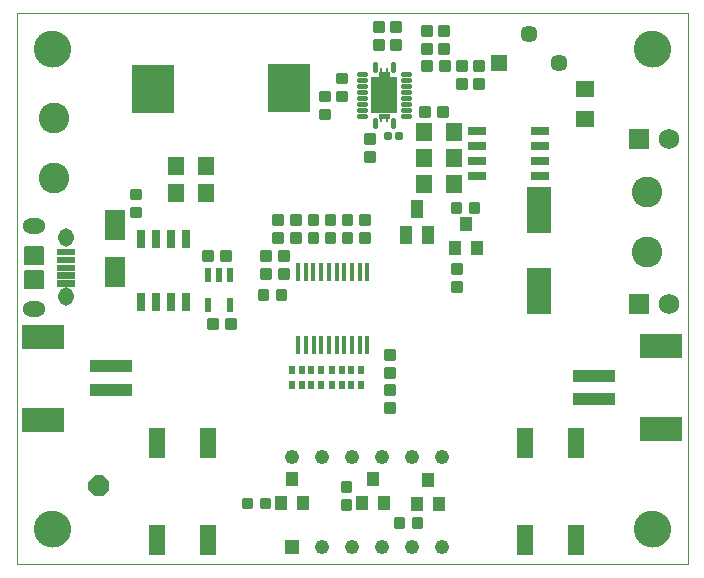
<source format=gts>
G75*
%MOIN*%
%OFA0B0*%
%FSLAX25Y25*%
%IPPOS*%
%LPD*%
%AMOC8*
5,1,8,0,0,1.08239X$1,22.5*
%
%ADD10C,0.00000*%
%ADD11C,0.12211*%
%ADD12R,0.05400X0.06400*%
%ADD13C,0.00975*%
%ADD14C,0.01450*%
%ADD15R,0.05715X0.05715*%
%ADD16C,0.05715*%
%ADD17R,0.14180X0.04337*%
%ADD18R,0.14180X0.08274*%
%ADD19C,0.10243*%
%ADD20R,0.04762X0.04762*%
%ADD21C,0.04762*%
%ADD22R,0.03900X0.04900*%
%ADD23R,0.05400X0.10400*%
%ADD24C,0.00200*%
%ADD25C,0.00640*%
%ADD26C,0.05156*%
%ADD27C,0.05400*%
%ADD28R,0.02369X0.02959*%
%ADD29R,0.07093X0.10243*%
%ADD30R,0.06900X0.06900*%
%ADD31C,0.06900*%
%ADD32R,0.01975X0.05124*%
%ADD33R,0.01778X0.06306*%
%ADD34C,0.01660*%
%ADD35R,0.08600X0.12400*%
%ADD36C,0.00100*%
%ADD37R,0.01000X0.01300*%
%ADD38R,0.02900X0.06400*%
%ADD39R,0.07900X0.15400*%
%ADD40R,0.14180X0.16148*%
%ADD41R,0.06400X0.02900*%
%ADD42R,0.04337X0.05912*%
%ADD43OC8,0.07000*%
%ADD44R,0.06400X0.05400*%
D10*
X0014800Y0001750D02*
X0014800Y0185372D01*
X0238422Y0185372D01*
X0238422Y0001750D01*
X0014800Y0001750D01*
X0020705Y0013561D02*
X0020707Y0013714D01*
X0020713Y0013868D01*
X0020723Y0014021D01*
X0020737Y0014173D01*
X0020755Y0014326D01*
X0020777Y0014477D01*
X0020802Y0014628D01*
X0020832Y0014779D01*
X0020866Y0014929D01*
X0020903Y0015077D01*
X0020944Y0015225D01*
X0020989Y0015371D01*
X0021038Y0015517D01*
X0021091Y0015661D01*
X0021147Y0015803D01*
X0021207Y0015944D01*
X0021271Y0016084D01*
X0021338Y0016222D01*
X0021409Y0016358D01*
X0021484Y0016492D01*
X0021561Y0016624D01*
X0021643Y0016754D01*
X0021727Y0016882D01*
X0021815Y0017008D01*
X0021906Y0017131D01*
X0022000Y0017252D01*
X0022098Y0017370D01*
X0022198Y0017486D01*
X0022302Y0017599D01*
X0022408Y0017710D01*
X0022517Y0017818D01*
X0022629Y0017923D01*
X0022743Y0018024D01*
X0022861Y0018123D01*
X0022980Y0018219D01*
X0023102Y0018312D01*
X0023227Y0018401D01*
X0023354Y0018488D01*
X0023483Y0018570D01*
X0023614Y0018650D01*
X0023747Y0018726D01*
X0023882Y0018799D01*
X0024019Y0018868D01*
X0024158Y0018933D01*
X0024298Y0018995D01*
X0024440Y0019053D01*
X0024583Y0019108D01*
X0024728Y0019159D01*
X0024874Y0019206D01*
X0025021Y0019249D01*
X0025169Y0019288D01*
X0025318Y0019324D01*
X0025468Y0019355D01*
X0025619Y0019383D01*
X0025770Y0019407D01*
X0025923Y0019427D01*
X0026075Y0019443D01*
X0026228Y0019455D01*
X0026381Y0019463D01*
X0026534Y0019467D01*
X0026688Y0019467D01*
X0026841Y0019463D01*
X0026994Y0019455D01*
X0027147Y0019443D01*
X0027299Y0019427D01*
X0027452Y0019407D01*
X0027603Y0019383D01*
X0027754Y0019355D01*
X0027904Y0019324D01*
X0028053Y0019288D01*
X0028201Y0019249D01*
X0028348Y0019206D01*
X0028494Y0019159D01*
X0028639Y0019108D01*
X0028782Y0019053D01*
X0028924Y0018995D01*
X0029064Y0018933D01*
X0029203Y0018868D01*
X0029340Y0018799D01*
X0029475Y0018726D01*
X0029608Y0018650D01*
X0029739Y0018570D01*
X0029868Y0018488D01*
X0029995Y0018401D01*
X0030120Y0018312D01*
X0030242Y0018219D01*
X0030361Y0018123D01*
X0030479Y0018024D01*
X0030593Y0017923D01*
X0030705Y0017818D01*
X0030814Y0017710D01*
X0030920Y0017599D01*
X0031024Y0017486D01*
X0031124Y0017370D01*
X0031222Y0017252D01*
X0031316Y0017131D01*
X0031407Y0017008D01*
X0031495Y0016882D01*
X0031579Y0016754D01*
X0031661Y0016624D01*
X0031738Y0016492D01*
X0031813Y0016358D01*
X0031884Y0016222D01*
X0031951Y0016084D01*
X0032015Y0015944D01*
X0032075Y0015803D01*
X0032131Y0015661D01*
X0032184Y0015517D01*
X0032233Y0015371D01*
X0032278Y0015225D01*
X0032319Y0015077D01*
X0032356Y0014929D01*
X0032390Y0014779D01*
X0032420Y0014628D01*
X0032445Y0014477D01*
X0032467Y0014326D01*
X0032485Y0014173D01*
X0032499Y0014021D01*
X0032509Y0013868D01*
X0032515Y0013714D01*
X0032517Y0013561D01*
X0032515Y0013408D01*
X0032509Y0013254D01*
X0032499Y0013101D01*
X0032485Y0012949D01*
X0032467Y0012796D01*
X0032445Y0012645D01*
X0032420Y0012494D01*
X0032390Y0012343D01*
X0032356Y0012193D01*
X0032319Y0012045D01*
X0032278Y0011897D01*
X0032233Y0011751D01*
X0032184Y0011605D01*
X0032131Y0011461D01*
X0032075Y0011319D01*
X0032015Y0011178D01*
X0031951Y0011038D01*
X0031884Y0010900D01*
X0031813Y0010764D01*
X0031738Y0010630D01*
X0031661Y0010498D01*
X0031579Y0010368D01*
X0031495Y0010240D01*
X0031407Y0010114D01*
X0031316Y0009991D01*
X0031222Y0009870D01*
X0031124Y0009752D01*
X0031024Y0009636D01*
X0030920Y0009523D01*
X0030814Y0009412D01*
X0030705Y0009304D01*
X0030593Y0009199D01*
X0030479Y0009098D01*
X0030361Y0008999D01*
X0030242Y0008903D01*
X0030120Y0008810D01*
X0029995Y0008721D01*
X0029868Y0008634D01*
X0029739Y0008552D01*
X0029608Y0008472D01*
X0029475Y0008396D01*
X0029340Y0008323D01*
X0029203Y0008254D01*
X0029064Y0008189D01*
X0028924Y0008127D01*
X0028782Y0008069D01*
X0028639Y0008014D01*
X0028494Y0007963D01*
X0028348Y0007916D01*
X0028201Y0007873D01*
X0028053Y0007834D01*
X0027904Y0007798D01*
X0027754Y0007767D01*
X0027603Y0007739D01*
X0027452Y0007715D01*
X0027299Y0007695D01*
X0027147Y0007679D01*
X0026994Y0007667D01*
X0026841Y0007659D01*
X0026688Y0007655D01*
X0026534Y0007655D01*
X0026381Y0007659D01*
X0026228Y0007667D01*
X0026075Y0007679D01*
X0025923Y0007695D01*
X0025770Y0007715D01*
X0025619Y0007739D01*
X0025468Y0007767D01*
X0025318Y0007798D01*
X0025169Y0007834D01*
X0025021Y0007873D01*
X0024874Y0007916D01*
X0024728Y0007963D01*
X0024583Y0008014D01*
X0024440Y0008069D01*
X0024298Y0008127D01*
X0024158Y0008189D01*
X0024019Y0008254D01*
X0023882Y0008323D01*
X0023747Y0008396D01*
X0023614Y0008472D01*
X0023483Y0008552D01*
X0023354Y0008634D01*
X0023227Y0008721D01*
X0023102Y0008810D01*
X0022980Y0008903D01*
X0022861Y0008999D01*
X0022743Y0009098D01*
X0022629Y0009199D01*
X0022517Y0009304D01*
X0022408Y0009412D01*
X0022302Y0009523D01*
X0022198Y0009636D01*
X0022098Y0009752D01*
X0022000Y0009870D01*
X0021906Y0009991D01*
X0021815Y0010114D01*
X0021727Y0010240D01*
X0021643Y0010368D01*
X0021561Y0010498D01*
X0021484Y0010630D01*
X0021409Y0010764D01*
X0021338Y0010900D01*
X0021271Y0011038D01*
X0021207Y0011178D01*
X0021147Y0011319D01*
X0021091Y0011461D01*
X0021038Y0011605D01*
X0020989Y0011751D01*
X0020944Y0011897D01*
X0020903Y0012045D01*
X0020866Y0012193D01*
X0020832Y0012343D01*
X0020802Y0012494D01*
X0020777Y0012645D01*
X0020755Y0012796D01*
X0020737Y0012949D01*
X0020723Y0013101D01*
X0020713Y0013254D01*
X0020707Y0013408D01*
X0020705Y0013561D01*
X0020705Y0173561D02*
X0020707Y0173714D01*
X0020713Y0173868D01*
X0020723Y0174021D01*
X0020737Y0174173D01*
X0020755Y0174326D01*
X0020777Y0174477D01*
X0020802Y0174628D01*
X0020832Y0174779D01*
X0020866Y0174929D01*
X0020903Y0175077D01*
X0020944Y0175225D01*
X0020989Y0175371D01*
X0021038Y0175517D01*
X0021091Y0175661D01*
X0021147Y0175803D01*
X0021207Y0175944D01*
X0021271Y0176084D01*
X0021338Y0176222D01*
X0021409Y0176358D01*
X0021484Y0176492D01*
X0021561Y0176624D01*
X0021643Y0176754D01*
X0021727Y0176882D01*
X0021815Y0177008D01*
X0021906Y0177131D01*
X0022000Y0177252D01*
X0022098Y0177370D01*
X0022198Y0177486D01*
X0022302Y0177599D01*
X0022408Y0177710D01*
X0022517Y0177818D01*
X0022629Y0177923D01*
X0022743Y0178024D01*
X0022861Y0178123D01*
X0022980Y0178219D01*
X0023102Y0178312D01*
X0023227Y0178401D01*
X0023354Y0178488D01*
X0023483Y0178570D01*
X0023614Y0178650D01*
X0023747Y0178726D01*
X0023882Y0178799D01*
X0024019Y0178868D01*
X0024158Y0178933D01*
X0024298Y0178995D01*
X0024440Y0179053D01*
X0024583Y0179108D01*
X0024728Y0179159D01*
X0024874Y0179206D01*
X0025021Y0179249D01*
X0025169Y0179288D01*
X0025318Y0179324D01*
X0025468Y0179355D01*
X0025619Y0179383D01*
X0025770Y0179407D01*
X0025923Y0179427D01*
X0026075Y0179443D01*
X0026228Y0179455D01*
X0026381Y0179463D01*
X0026534Y0179467D01*
X0026688Y0179467D01*
X0026841Y0179463D01*
X0026994Y0179455D01*
X0027147Y0179443D01*
X0027299Y0179427D01*
X0027452Y0179407D01*
X0027603Y0179383D01*
X0027754Y0179355D01*
X0027904Y0179324D01*
X0028053Y0179288D01*
X0028201Y0179249D01*
X0028348Y0179206D01*
X0028494Y0179159D01*
X0028639Y0179108D01*
X0028782Y0179053D01*
X0028924Y0178995D01*
X0029064Y0178933D01*
X0029203Y0178868D01*
X0029340Y0178799D01*
X0029475Y0178726D01*
X0029608Y0178650D01*
X0029739Y0178570D01*
X0029868Y0178488D01*
X0029995Y0178401D01*
X0030120Y0178312D01*
X0030242Y0178219D01*
X0030361Y0178123D01*
X0030479Y0178024D01*
X0030593Y0177923D01*
X0030705Y0177818D01*
X0030814Y0177710D01*
X0030920Y0177599D01*
X0031024Y0177486D01*
X0031124Y0177370D01*
X0031222Y0177252D01*
X0031316Y0177131D01*
X0031407Y0177008D01*
X0031495Y0176882D01*
X0031579Y0176754D01*
X0031661Y0176624D01*
X0031738Y0176492D01*
X0031813Y0176358D01*
X0031884Y0176222D01*
X0031951Y0176084D01*
X0032015Y0175944D01*
X0032075Y0175803D01*
X0032131Y0175661D01*
X0032184Y0175517D01*
X0032233Y0175371D01*
X0032278Y0175225D01*
X0032319Y0175077D01*
X0032356Y0174929D01*
X0032390Y0174779D01*
X0032420Y0174628D01*
X0032445Y0174477D01*
X0032467Y0174326D01*
X0032485Y0174173D01*
X0032499Y0174021D01*
X0032509Y0173868D01*
X0032515Y0173714D01*
X0032517Y0173561D01*
X0032515Y0173408D01*
X0032509Y0173254D01*
X0032499Y0173101D01*
X0032485Y0172949D01*
X0032467Y0172796D01*
X0032445Y0172645D01*
X0032420Y0172494D01*
X0032390Y0172343D01*
X0032356Y0172193D01*
X0032319Y0172045D01*
X0032278Y0171897D01*
X0032233Y0171751D01*
X0032184Y0171605D01*
X0032131Y0171461D01*
X0032075Y0171319D01*
X0032015Y0171178D01*
X0031951Y0171038D01*
X0031884Y0170900D01*
X0031813Y0170764D01*
X0031738Y0170630D01*
X0031661Y0170498D01*
X0031579Y0170368D01*
X0031495Y0170240D01*
X0031407Y0170114D01*
X0031316Y0169991D01*
X0031222Y0169870D01*
X0031124Y0169752D01*
X0031024Y0169636D01*
X0030920Y0169523D01*
X0030814Y0169412D01*
X0030705Y0169304D01*
X0030593Y0169199D01*
X0030479Y0169098D01*
X0030361Y0168999D01*
X0030242Y0168903D01*
X0030120Y0168810D01*
X0029995Y0168721D01*
X0029868Y0168634D01*
X0029739Y0168552D01*
X0029608Y0168472D01*
X0029475Y0168396D01*
X0029340Y0168323D01*
X0029203Y0168254D01*
X0029064Y0168189D01*
X0028924Y0168127D01*
X0028782Y0168069D01*
X0028639Y0168014D01*
X0028494Y0167963D01*
X0028348Y0167916D01*
X0028201Y0167873D01*
X0028053Y0167834D01*
X0027904Y0167798D01*
X0027754Y0167767D01*
X0027603Y0167739D01*
X0027452Y0167715D01*
X0027299Y0167695D01*
X0027147Y0167679D01*
X0026994Y0167667D01*
X0026841Y0167659D01*
X0026688Y0167655D01*
X0026534Y0167655D01*
X0026381Y0167659D01*
X0026228Y0167667D01*
X0026075Y0167679D01*
X0025923Y0167695D01*
X0025770Y0167715D01*
X0025619Y0167739D01*
X0025468Y0167767D01*
X0025318Y0167798D01*
X0025169Y0167834D01*
X0025021Y0167873D01*
X0024874Y0167916D01*
X0024728Y0167963D01*
X0024583Y0168014D01*
X0024440Y0168069D01*
X0024298Y0168127D01*
X0024158Y0168189D01*
X0024019Y0168254D01*
X0023882Y0168323D01*
X0023747Y0168396D01*
X0023614Y0168472D01*
X0023483Y0168552D01*
X0023354Y0168634D01*
X0023227Y0168721D01*
X0023102Y0168810D01*
X0022980Y0168903D01*
X0022861Y0168999D01*
X0022743Y0169098D01*
X0022629Y0169199D01*
X0022517Y0169304D01*
X0022408Y0169412D01*
X0022302Y0169523D01*
X0022198Y0169636D01*
X0022098Y0169752D01*
X0022000Y0169870D01*
X0021906Y0169991D01*
X0021815Y0170114D01*
X0021727Y0170240D01*
X0021643Y0170368D01*
X0021561Y0170498D01*
X0021484Y0170630D01*
X0021409Y0170764D01*
X0021338Y0170900D01*
X0021271Y0171038D01*
X0021207Y0171178D01*
X0021147Y0171319D01*
X0021091Y0171461D01*
X0021038Y0171605D01*
X0020989Y0171751D01*
X0020944Y0171897D01*
X0020903Y0172045D01*
X0020866Y0172193D01*
X0020832Y0172343D01*
X0020802Y0172494D01*
X0020777Y0172645D01*
X0020755Y0172796D01*
X0020737Y0172949D01*
X0020723Y0173101D01*
X0020713Y0173254D01*
X0020707Y0173408D01*
X0020705Y0173561D01*
X0220705Y0173561D02*
X0220707Y0173714D01*
X0220713Y0173868D01*
X0220723Y0174021D01*
X0220737Y0174173D01*
X0220755Y0174326D01*
X0220777Y0174477D01*
X0220802Y0174628D01*
X0220832Y0174779D01*
X0220866Y0174929D01*
X0220903Y0175077D01*
X0220944Y0175225D01*
X0220989Y0175371D01*
X0221038Y0175517D01*
X0221091Y0175661D01*
X0221147Y0175803D01*
X0221207Y0175944D01*
X0221271Y0176084D01*
X0221338Y0176222D01*
X0221409Y0176358D01*
X0221484Y0176492D01*
X0221561Y0176624D01*
X0221643Y0176754D01*
X0221727Y0176882D01*
X0221815Y0177008D01*
X0221906Y0177131D01*
X0222000Y0177252D01*
X0222098Y0177370D01*
X0222198Y0177486D01*
X0222302Y0177599D01*
X0222408Y0177710D01*
X0222517Y0177818D01*
X0222629Y0177923D01*
X0222743Y0178024D01*
X0222861Y0178123D01*
X0222980Y0178219D01*
X0223102Y0178312D01*
X0223227Y0178401D01*
X0223354Y0178488D01*
X0223483Y0178570D01*
X0223614Y0178650D01*
X0223747Y0178726D01*
X0223882Y0178799D01*
X0224019Y0178868D01*
X0224158Y0178933D01*
X0224298Y0178995D01*
X0224440Y0179053D01*
X0224583Y0179108D01*
X0224728Y0179159D01*
X0224874Y0179206D01*
X0225021Y0179249D01*
X0225169Y0179288D01*
X0225318Y0179324D01*
X0225468Y0179355D01*
X0225619Y0179383D01*
X0225770Y0179407D01*
X0225923Y0179427D01*
X0226075Y0179443D01*
X0226228Y0179455D01*
X0226381Y0179463D01*
X0226534Y0179467D01*
X0226688Y0179467D01*
X0226841Y0179463D01*
X0226994Y0179455D01*
X0227147Y0179443D01*
X0227299Y0179427D01*
X0227452Y0179407D01*
X0227603Y0179383D01*
X0227754Y0179355D01*
X0227904Y0179324D01*
X0228053Y0179288D01*
X0228201Y0179249D01*
X0228348Y0179206D01*
X0228494Y0179159D01*
X0228639Y0179108D01*
X0228782Y0179053D01*
X0228924Y0178995D01*
X0229064Y0178933D01*
X0229203Y0178868D01*
X0229340Y0178799D01*
X0229475Y0178726D01*
X0229608Y0178650D01*
X0229739Y0178570D01*
X0229868Y0178488D01*
X0229995Y0178401D01*
X0230120Y0178312D01*
X0230242Y0178219D01*
X0230361Y0178123D01*
X0230479Y0178024D01*
X0230593Y0177923D01*
X0230705Y0177818D01*
X0230814Y0177710D01*
X0230920Y0177599D01*
X0231024Y0177486D01*
X0231124Y0177370D01*
X0231222Y0177252D01*
X0231316Y0177131D01*
X0231407Y0177008D01*
X0231495Y0176882D01*
X0231579Y0176754D01*
X0231661Y0176624D01*
X0231738Y0176492D01*
X0231813Y0176358D01*
X0231884Y0176222D01*
X0231951Y0176084D01*
X0232015Y0175944D01*
X0232075Y0175803D01*
X0232131Y0175661D01*
X0232184Y0175517D01*
X0232233Y0175371D01*
X0232278Y0175225D01*
X0232319Y0175077D01*
X0232356Y0174929D01*
X0232390Y0174779D01*
X0232420Y0174628D01*
X0232445Y0174477D01*
X0232467Y0174326D01*
X0232485Y0174173D01*
X0232499Y0174021D01*
X0232509Y0173868D01*
X0232515Y0173714D01*
X0232517Y0173561D01*
X0232515Y0173408D01*
X0232509Y0173254D01*
X0232499Y0173101D01*
X0232485Y0172949D01*
X0232467Y0172796D01*
X0232445Y0172645D01*
X0232420Y0172494D01*
X0232390Y0172343D01*
X0232356Y0172193D01*
X0232319Y0172045D01*
X0232278Y0171897D01*
X0232233Y0171751D01*
X0232184Y0171605D01*
X0232131Y0171461D01*
X0232075Y0171319D01*
X0232015Y0171178D01*
X0231951Y0171038D01*
X0231884Y0170900D01*
X0231813Y0170764D01*
X0231738Y0170630D01*
X0231661Y0170498D01*
X0231579Y0170368D01*
X0231495Y0170240D01*
X0231407Y0170114D01*
X0231316Y0169991D01*
X0231222Y0169870D01*
X0231124Y0169752D01*
X0231024Y0169636D01*
X0230920Y0169523D01*
X0230814Y0169412D01*
X0230705Y0169304D01*
X0230593Y0169199D01*
X0230479Y0169098D01*
X0230361Y0168999D01*
X0230242Y0168903D01*
X0230120Y0168810D01*
X0229995Y0168721D01*
X0229868Y0168634D01*
X0229739Y0168552D01*
X0229608Y0168472D01*
X0229475Y0168396D01*
X0229340Y0168323D01*
X0229203Y0168254D01*
X0229064Y0168189D01*
X0228924Y0168127D01*
X0228782Y0168069D01*
X0228639Y0168014D01*
X0228494Y0167963D01*
X0228348Y0167916D01*
X0228201Y0167873D01*
X0228053Y0167834D01*
X0227904Y0167798D01*
X0227754Y0167767D01*
X0227603Y0167739D01*
X0227452Y0167715D01*
X0227299Y0167695D01*
X0227147Y0167679D01*
X0226994Y0167667D01*
X0226841Y0167659D01*
X0226688Y0167655D01*
X0226534Y0167655D01*
X0226381Y0167659D01*
X0226228Y0167667D01*
X0226075Y0167679D01*
X0225923Y0167695D01*
X0225770Y0167715D01*
X0225619Y0167739D01*
X0225468Y0167767D01*
X0225318Y0167798D01*
X0225169Y0167834D01*
X0225021Y0167873D01*
X0224874Y0167916D01*
X0224728Y0167963D01*
X0224583Y0168014D01*
X0224440Y0168069D01*
X0224298Y0168127D01*
X0224158Y0168189D01*
X0224019Y0168254D01*
X0223882Y0168323D01*
X0223747Y0168396D01*
X0223614Y0168472D01*
X0223483Y0168552D01*
X0223354Y0168634D01*
X0223227Y0168721D01*
X0223102Y0168810D01*
X0222980Y0168903D01*
X0222861Y0168999D01*
X0222743Y0169098D01*
X0222629Y0169199D01*
X0222517Y0169304D01*
X0222408Y0169412D01*
X0222302Y0169523D01*
X0222198Y0169636D01*
X0222098Y0169752D01*
X0222000Y0169870D01*
X0221906Y0169991D01*
X0221815Y0170114D01*
X0221727Y0170240D01*
X0221643Y0170368D01*
X0221561Y0170498D01*
X0221484Y0170630D01*
X0221409Y0170764D01*
X0221338Y0170900D01*
X0221271Y0171038D01*
X0221207Y0171178D01*
X0221147Y0171319D01*
X0221091Y0171461D01*
X0221038Y0171605D01*
X0220989Y0171751D01*
X0220944Y0171897D01*
X0220903Y0172045D01*
X0220866Y0172193D01*
X0220832Y0172343D01*
X0220802Y0172494D01*
X0220777Y0172645D01*
X0220755Y0172796D01*
X0220737Y0172949D01*
X0220723Y0173101D01*
X0220713Y0173254D01*
X0220707Y0173408D01*
X0220705Y0173561D01*
X0220705Y0013561D02*
X0220707Y0013714D01*
X0220713Y0013868D01*
X0220723Y0014021D01*
X0220737Y0014173D01*
X0220755Y0014326D01*
X0220777Y0014477D01*
X0220802Y0014628D01*
X0220832Y0014779D01*
X0220866Y0014929D01*
X0220903Y0015077D01*
X0220944Y0015225D01*
X0220989Y0015371D01*
X0221038Y0015517D01*
X0221091Y0015661D01*
X0221147Y0015803D01*
X0221207Y0015944D01*
X0221271Y0016084D01*
X0221338Y0016222D01*
X0221409Y0016358D01*
X0221484Y0016492D01*
X0221561Y0016624D01*
X0221643Y0016754D01*
X0221727Y0016882D01*
X0221815Y0017008D01*
X0221906Y0017131D01*
X0222000Y0017252D01*
X0222098Y0017370D01*
X0222198Y0017486D01*
X0222302Y0017599D01*
X0222408Y0017710D01*
X0222517Y0017818D01*
X0222629Y0017923D01*
X0222743Y0018024D01*
X0222861Y0018123D01*
X0222980Y0018219D01*
X0223102Y0018312D01*
X0223227Y0018401D01*
X0223354Y0018488D01*
X0223483Y0018570D01*
X0223614Y0018650D01*
X0223747Y0018726D01*
X0223882Y0018799D01*
X0224019Y0018868D01*
X0224158Y0018933D01*
X0224298Y0018995D01*
X0224440Y0019053D01*
X0224583Y0019108D01*
X0224728Y0019159D01*
X0224874Y0019206D01*
X0225021Y0019249D01*
X0225169Y0019288D01*
X0225318Y0019324D01*
X0225468Y0019355D01*
X0225619Y0019383D01*
X0225770Y0019407D01*
X0225923Y0019427D01*
X0226075Y0019443D01*
X0226228Y0019455D01*
X0226381Y0019463D01*
X0226534Y0019467D01*
X0226688Y0019467D01*
X0226841Y0019463D01*
X0226994Y0019455D01*
X0227147Y0019443D01*
X0227299Y0019427D01*
X0227452Y0019407D01*
X0227603Y0019383D01*
X0227754Y0019355D01*
X0227904Y0019324D01*
X0228053Y0019288D01*
X0228201Y0019249D01*
X0228348Y0019206D01*
X0228494Y0019159D01*
X0228639Y0019108D01*
X0228782Y0019053D01*
X0228924Y0018995D01*
X0229064Y0018933D01*
X0229203Y0018868D01*
X0229340Y0018799D01*
X0229475Y0018726D01*
X0229608Y0018650D01*
X0229739Y0018570D01*
X0229868Y0018488D01*
X0229995Y0018401D01*
X0230120Y0018312D01*
X0230242Y0018219D01*
X0230361Y0018123D01*
X0230479Y0018024D01*
X0230593Y0017923D01*
X0230705Y0017818D01*
X0230814Y0017710D01*
X0230920Y0017599D01*
X0231024Y0017486D01*
X0231124Y0017370D01*
X0231222Y0017252D01*
X0231316Y0017131D01*
X0231407Y0017008D01*
X0231495Y0016882D01*
X0231579Y0016754D01*
X0231661Y0016624D01*
X0231738Y0016492D01*
X0231813Y0016358D01*
X0231884Y0016222D01*
X0231951Y0016084D01*
X0232015Y0015944D01*
X0232075Y0015803D01*
X0232131Y0015661D01*
X0232184Y0015517D01*
X0232233Y0015371D01*
X0232278Y0015225D01*
X0232319Y0015077D01*
X0232356Y0014929D01*
X0232390Y0014779D01*
X0232420Y0014628D01*
X0232445Y0014477D01*
X0232467Y0014326D01*
X0232485Y0014173D01*
X0232499Y0014021D01*
X0232509Y0013868D01*
X0232515Y0013714D01*
X0232517Y0013561D01*
X0232515Y0013408D01*
X0232509Y0013254D01*
X0232499Y0013101D01*
X0232485Y0012949D01*
X0232467Y0012796D01*
X0232445Y0012645D01*
X0232420Y0012494D01*
X0232390Y0012343D01*
X0232356Y0012193D01*
X0232319Y0012045D01*
X0232278Y0011897D01*
X0232233Y0011751D01*
X0232184Y0011605D01*
X0232131Y0011461D01*
X0232075Y0011319D01*
X0232015Y0011178D01*
X0231951Y0011038D01*
X0231884Y0010900D01*
X0231813Y0010764D01*
X0231738Y0010630D01*
X0231661Y0010498D01*
X0231579Y0010368D01*
X0231495Y0010240D01*
X0231407Y0010114D01*
X0231316Y0009991D01*
X0231222Y0009870D01*
X0231124Y0009752D01*
X0231024Y0009636D01*
X0230920Y0009523D01*
X0230814Y0009412D01*
X0230705Y0009304D01*
X0230593Y0009199D01*
X0230479Y0009098D01*
X0230361Y0008999D01*
X0230242Y0008903D01*
X0230120Y0008810D01*
X0229995Y0008721D01*
X0229868Y0008634D01*
X0229739Y0008552D01*
X0229608Y0008472D01*
X0229475Y0008396D01*
X0229340Y0008323D01*
X0229203Y0008254D01*
X0229064Y0008189D01*
X0228924Y0008127D01*
X0228782Y0008069D01*
X0228639Y0008014D01*
X0228494Y0007963D01*
X0228348Y0007916D01*
X0228201Y0007873D01*
X0228053Y0007834D01*
X0227904Y0007798D01*
X0227754Y0007767D01*
X0227603Y0007739D01*
X0227452Y0007715D01*
X0227299Y0007695D01*
X0227147Y0007679D01*
X0226994Y0007667D01*
X0226841Y0007659D01*
X0226688Y0007655D01*
X0226534Y0007655D01*
X0226381Y0007659D01*
X0226228Y0007667D01*
X0226075Y0007679D01*
X0225923Y0007695D01*
X0225770Y0007715D01*
X0225619Y0007739D01*
X0225468Y0007767D01*
X0225318Y0007798D01*
X0225169Y0007834D01*
X0225021Y0007873D01*
X0224874Y0007916D01*
X0224728Y0007963D01*
X0224583Y0008014D01*
X0224440Y0008069D01*
X0224298Y0008127D01*
X0224158Y0008189D01*
X0224019Y0008254D01*
X0223882Y0008323D01*
X0223747Y0008396D01*
X0223614Y0008472D01*
X0223483Y0008552D01*
X0223354Y0008634D01*
X0223227Y0008721D01*
X0223102Y0008810D01*
X0222980Y0008903D01*
X0222861Y0008999D01*
X0222743Y0009098D01*
X0222629Y0009199D01*
X0222517Y0009304D01*
X0222408Y0009412D01*
X0222302Y0009523D01*
X0222198Y0009636D01*
X0222098Y0009752D01*
X0222000Y0009870D01*
X0221906Y0009991D01*
X0221815Y0010114D01*
X0221727Y0010240D01*
X0221643Y0010368D01*
X0221561Y0010498D01*
X0221484Y0010630D01*
X0221409Y0010764D01*
X0221338Y0010900D01*
X0221271Y0011038D01*
X0221207Y0011178D01*
X0221147Y0011319D01*
X0221091Y0011461D01*
X0221038Y0011605D01*
X0220989Y0011751D01*
X0220944Y0011897D01*
X0220903Y0012045D01*
X0220866Y0012193D01*
X0220832Y0012343D01*
X0220802Y0012494D01*
X0220777Y0012645D01*
X0220755Y0012796D01*
X0220737Y0012949D01*
X0220723Y0013101D01*
X0220713Y0013254D01*
X0220707Y0013408D01*
X0220705Y0013561D01*
D11*
X0226611Y0013561D03*
X0026611Y0013561D03*
X0026611Y0173561D03*
X0226611Y0173561D03*
D12*
X0160398Y0145665D03*
X0160398Y0137065D03*
X0160398Y0128465D03*
X0150398Y0128465D03*
X0150398Y0137065D03*
X0150398Y0145665D03*
X0077802Y0134335D03*
X0067802Y0134335D03*
X0067802Y0125635D03*
X0077802Y0125635D03*
D13*
X0055761Y0126628D02*
X0055761Y0123702D01*
X0052835Y0123702D01*
X0052835Y0126628D01*
X0055761Y0126628D01*
X0055761Y0124676D02*
X0052835Y0124676D01*
X0052835Y0125650D02*
X0055761Y0125650D01*
X0055761Y0126624D02*
X0052835Y0126624D01*
X0055761Y0120628D02*
X0055761Y0117702D01*
X0052835Y0117702D01*
X0052835Y0120628D01*
X0055761Y0120628D01*
X0055761Y0118676D02*
X0052835Y0118676D01*
X0052835Y0119650D02*
X0055761Y0119650D01*
X0055761Y0120624D02*
X0052835Y0120624D01*
X0076837Y0103187D02*
X0079763Y0103187D01*
X0076837Y0103187D02*
X0076837Y0106113D01*
X0079763Y0106113D01*
X0079763Y0103187D01*
X0079763Y0104161D02*
X0076837Y0104161D01*
X0076837Y0105135D02*
X0079763Y0105135D01*
X0079763Y0106109D02*
X0076837Y0106109D01*
X0082837Y0103187D02*
X0085763Y0103187D01*
X0082837Y0103187D02*
X0082837Y0106113D01*
X0085763Y0106113D01*
X0085763Y0103187D01*
X0085763Y0104161D02*
X0082837Y0104161D01*
X0082837Y0105135D02*
X0085763Y0105135D01*
X0085763Y0106109D02*
X0082837Y0106109D01*
X0099283Y0106164D02*
X0099283Y0103238D01*
X0096357Y0103238D01*
X0096357Y0106164D01*
X0099283Y0106164D01*
X0099283Y0104212D02*
X0096357Y0104212D01*
X0096357Y0105186D02*
X0099283Y0105186D01*
X0099283Y0106160D02*
X0096357Y0106160D01*
X0103243Y0109136D02*
X0103243Y0112062D01*
X0103243Y0109136D02*
X0100317Y0109136D01*
X0100317Y0112062D01*
X0103243Y0112062D01*
X0103243Y0110110D02*
X0100317Y0110110D01*
X0100317Y0111084D02*
X0103243Y0111084D01*
X0103243Y0112058D02*
X0100317Y0112058D01*
X0103243Y0115136D02*
X0103243Y0118062D01*
X0103243Y0115136D02*
X0100317Y0115136D01*
X0100317Y0118062D01*
X0103243Y0118062D01*
X0103243Y0116110D02*
X0100317Y0116110D01*
X0100317Y0117084D02*
X0103243Y0117084D01*
X0103243Y0118058D02*
X0100317Y0118058D01*
X0106217Y0118062D02*
X0106217Y0115136D01*
X0106217Y0118062D02*
X0109143Y0118062D01*
X0109143Y0115136D01*
X0106217Y0115136D01*
X0106217Y0116110D02*
X0109143Y0116110D01*
X0109143Y0117084D02*
X0106217Y0117084D01*
X0106217Y0118058D02*
X0109143Y0118058D01*
X0114983Y0118064D02*
X0114983Y0115138D01*
X0112057Y0115138D01*
X0112057Y0118064D01*
X0114983Y0118064D01*
X0114983Y0116112D02*
X0112057Y0116112D01*
X0112057Y0117086D02*
X0114983Y0117086D01*
X0114983Y0118060D02*
X0112057Y0118060D01*
X0120643Y0118062D02*
X0120643Y0115136D01*
X0117717Y0115136D01*
X0117717Y0118062D01*
X0120643Y0118062D01*
X0120643Y0116110D02*
X0117717Y0116110D01*
X0117717Y0117084D02*
X0120643Y0117084D01*
X0120643Y0118058D02*
X0117717Y0118058D01*
X0126363Y0118113D02*
X0126363Y0115187D01*
X0123437Y0115187D01*
X0123437Y0118113D01*
X0126363Y0118113D01*
X0126363Y0116161D02*
X0123437Y0116161D01*
X0123437Y0117135D02*
X0126363Y0117135D01*
X0126363Y0118109D02*
X0123437Y0118109D01*
X0129137Y0118113D02*
X0129137Y0115187D01*
X0129137Y0118113D02*
X0132063Y0118113D01*
X0132063Y0115187D01*
X0129137Y0115187D01*
X0129137Y0116161D02*
X0132063Y0116161D01*
X0132063Y0117135D02*
X0129137Y0117135D01*
X0129137Y0118109D02*
X0132063Y0118109D01*
X0129137Y0112113D02*
X0129137Y0109187D01*
X0129137Y0112113D02*
X0132063Y0112113D01*
X0132063Y0109187D01*
X0129137Y0109187D01*
X0129137Y0110161D02*
X0132063Y0110161D01*
X0132063Y0111135D02*
X0129137Y0111135D01*
X0129137Y0112109D02*
X0132063Y0112109D01*
X0126363Y0112113D02*
X0126363Y0109187D01*
X0123437Y0109187D01*
X0123437Y0112113D01*
X0126363Y0112113D01*
X0126363Y0110161D02*
X0123437Y0110161D01*
X0123437Y0111135D02*
X0126363Y0111135D01*
X0126363Y0112109D02*
X0123437Y0112109D01*
X0120643Y0112062D02*
X0120643Y0109136D01*
X0117717Y0109136D01*
X0117717Y0112062D01*
X0120643Y0112062D01*
X0120643Y0110110D02*
X0117717Y0110110D01*
X0117717Y0111084D02*
X0120643Y0111084D01*
X0120643Y0112058D02*
X0117717Y0112058D01*
X0114983Y0112064D02*
X0114983Y0109138D01*
X0112057Y0109138D01*
X0112057Y0112064D01*
X0114983Y0112064D01*
X0114983Y0110112D02*
X0112057Y0110112D01*
X0112057Y0111086D02*
X0114983Y0111086D01*
X0114983Y0112060D02*
X0112057Y0112060D01*
X0106217Y0112062D02*
X0106217Y0109136D01*
X0106217Y0112062D02*
X0109143Y0112062D01*
X0109143Y0109136D01*
X0106217Y0109136D01*
X0106217Y0110110D02*
X0109143Y0110110D01*
X0109143Y0111084D02*
X0106217Y0111084D01*
X0106217Y0112058D02*
X0109143Y0112058D01*
X0102257Y0106164D02*
X0102257Y0103238D01*
X0102257Y0106164D02*
X0105183Y0106164D01*
X0105183Y0103238D01*
X0102257Y0103238D01*
X0102257Y0104212D02*
X0105183Y0104212D01*
X0105183Y0105186D02*
X0102257Y0105186D01*
X0102257Y0106160D02*
X0105183Y0106160D01*
X0102257Y0100164D02*
X0102257Y0097238D01*
X0102257Y0100164D02*
X0105183Y0100164D01*
X0105183Y0097238D01*
X0102257Y0097238D01*
X0102257Y0098212D02*
X0105183Y0098212D01*
X0105183Y0099186D02*
X0102257Y0099186D01*
X0102257Y0100160D02*
X0105183Y0100160D01*
X0099283Y0100164D02*
X0099283Y0097238D01*
X0096357Y0097238D01*
X0096357Y0100164D01*
X0099283Y0100164D01*
X0099283Y0098212D02*
X0096357Y0098212D01*
X0096357Y0099186D02*
X0099283Y0099186D01*
X0099283Y0100160D02*
X0096357Y0100160D01*
X0095437Y0093013D02*
X0098363Y0093013D01*
X0098363Y0090087D01*
X0095437Y0090087D01*
X0095437Y0093013D01*
X0095437Y0091061D02*
X0098363Y0091061D01*
X0098363Y0092035D02*
X0095437Y0092035D01*
X0095437Y0093009D02*
X0098363Y0093009D01*
X0101437Y0093013D02*
X0104363Y0093013D01*
X0104363Y0090087D01*
X0101437Y0090087D01*
X0101437Y0093013D01*
X0101437Y0091061D02*
X0104363Y0091061D01*
X0104363Y0092035D02*
X0101437Y0092035D01*
X0101437Y0093009D02*
X0104363Y0093009D01*
X0087463Y0083413D02*
X0084537Y0083413D01*
X0087463Y0083413D02*
X0087463Y0080487D01*
X0084537Y0080487D01*
X0084537Y0083413D01*
X0084537Y0081461D02*
X0087463Y0081461D01*
X0087463Y0082435D02*
X0084537Y0082435D01*
X0084537Y0083409D02*
X0087463Y0083409D01*
X0081463Y0083413D02*
X0078537Y0083413D01*
X0081463Y0083413D02*
X0081463Y0080487D01*
X0078537Y0080487D01*
X0078537Y0083413D01*
X0078537Y0081461D02*
X0081463Y0081461D01*
X0081463Y0082435D02*
X0078537Y0082435D01*
X0078537Y0083409D02*
X0081463Y0083409D01*
X0137537Y0073113D02*
X0137537Y0070187D01*
X0137537Y0073113D02*
X0140463Y0073113D01*
X0140463Y0070187D01*
X0137537Y0070187D01*
X0137537Y0071161D02*
X0140463Y0071161D01*
X0140463Y0072135D02*
X0137537Y0072135D01*
X0137537Y0073109D02*
X0140463Y0073109D01*
X0137537Y0067113D02*
X0137537Y0064187D01*
X0137537Y0067113D02*
X0140463Y0067113D01*
X0140463Y0064187D01*
X0137537Y0064187D01*
X0137537Y0065161D02*
X0140463Y0065161D01*
X0140463Y0066135D02*
X0137537Y0066135D01*
X0137537Y0067109D02*
X0140463Y0067109D01*
X0140463Y0061413D02*
X0140463Y0058487D01*
X0137537Y0058487D01*
X0137537Y0061413D01*
X0140463Y0061413D01*
X0140463Y0059461D02*
X0137537Y0059461D01*
X0137537Y0060435D02*
X0140463Y0060435D01*
X0140463Y0061409D02*
X0137537Y0061409D01*
X0140463Y0055413D02*
X0140463Y0052487D01*
X0137537Y0052487D01*
X0137537Y0055413D01*
X0140463Y0055413D01*
X0140463Y0053461D02*
X0137537Y0053461D01*
X0137537Y0054435D02*
X0140463Y0054435D01*
X0140463Y0055409D02*
X0137537Y0055409D01*
X0123043Y0029007D02*
X0123043Y0026081D01*
X0123043Y0029007D02*
X0125969Y0029007D01*
X0125969Y0026081D01*
X0123043Y0026081D01*
X0123043Y0027055D02*
X0125969Y0027055D01*
X0125969Y0028029D02*
X0123043Y0028029D01*
X0123043Y0029003D02*
X0125969Y0029003D01*
X0123043Y0023007D02*
X0123043Y0020081D01*
X0123043Y0023007D02*
X0125969Y0023007D01*
X0125969Y0020081D01*
X0123043Y0020081D01*
X0123043Y0021055D02*
X0125969Y0021055D01*
X0125969Y0022029D02*
X0123043Y0022029D01*
X0123043Y0023003D02*
X0125969Y0023003D01*
X0140743Y0014293D02*
X0143669Y0014293D01*
X0140743Y0014293D02*
X0140743Y0017219D01*
X0143669Y0017219D01*
X0143669Y0014293D01*
X0143669Y0015267D02*
X0140743Y0015267D01*
X0140743Y0016241D02*
X0143669Y0016241D01*
X0143669Y0017215D02*
X0140743Y0017215D01*
X0146743Y0014293D02*
X0149669Y0014293D01*
X0146743Y0014293D02*
X0146743Y0017219D01*
X0149669Y0017219D01*
X0149669Y0014293D01*
X0149669Y0015267D02*
X0146743Y0015267D01*
X0146743Y0016241D02*
X0149669Y0016241D01*
X0149669Y0017215D02*
X0146743Y0017215D01*
X0098969Y0020693D02*
X0096043Y0020693D01*
X0096043Y0023619D01*
X0098969Y0023619D01*
X0098969Y0020693D01*
X0098969Y0021667D02*
X0096043Y0021667D01*
X0096043Y0022641D02*
X0098969Y0022641D01*
X0098969Y0023615D02*
X0096043Y0023615D01*
X0092969Y0020693D02*
X0090043Y0020693D01*
X0090043Y0023619D01*
X0092969Y0023619D01*
X0092969Y0020693D01*
X0092969Y0021667D02*
X0090043Y0021667D01*
X0090043Y0022641D02*
X0092969Y0022641D01*
X0092969Y0023615D02*
X0090043Y0023615D01*
X0162763Y0092787D02*
X0162763Y0095713D01*
X0162763Y0092787D02*
X0159837Y0092787D01*
X0159837Y0095713D01*
X0162763Y0095713D01*
X0162763Y0093761D02*
X0159837Y0093761D01*
X0159837Y0094735D02*
X0162763Y0094735D01*
X0162763Y0095709D02*
X0159837Y0095709D01*
X0162763Y0098787D02*
X0162763Y0101713D01*
X0162763Y0098787D02*
X0159837Y0098787D01*
X0159837Y0101713D01*
X0162763Y0101713D01*
X0162763Y0099761D02*
X0159837Y0099761D01*
X0159837Y0100735D02*
X0162763Y0100735D01*
X0162763Y0101709D02*
X0159837Y0101709D01*
X0159737Y0119287D02*
X0162663Y0119287D01*
X0159737Y0119287D02*
X0159737Y0122213D01*
X0162663Y0122213D01*
X0162663Y0119287D01*
X0162663Y0120261D02*
X0159737Y0120261D01*
X0159737Y0121235D02*
X0162663Y0121235D01*
X0162663Y0122209D02*
X0159737Y0122209D01*
X0165737Y0119287D02*
X0168663Y0119287D01*
X0165737Y0119287D02*
X0165737Y0122213D01*
X0168663Y0122213D01*
X0168663Y0119287D01*
X0168663Y0120261D02*
X0165737Y0120261D01*
X0165737Y0121235D02*
X0168663Y0121235D01*
X0168663Y0122209D02*
X0165737Y0122209D01*
X0133848Y0136085D02*
X0133848Y0139011D01*
X0133848Y0136085D02*
X0130922Y0136085D01*
X0130922Y0139011D01*
X0133848Y0139011D01*
X0133848Y0137059D02*
X0130922Y0137059D01*
X0130922Y0138033D02*
X0133848Y0138033D01*
X0133848Y0139007D02*
X0130922Y0139007D01*
X0133848Y0142085D02*
X0133848Y0145011D01*
X0133848Y0142085D02*
X0130922Y0142085D01*
X0130922Y0145011D01*
X0133848Y0145011D01*
X0133848Y0143059D02*
X0130922Y0143059D01*
X0130922Y0144033D02*
X0133848Y0144033D01*
X0133848Y0145007D02*
X0130922Y0145007D01*
X0118748Y0150385D02*
X0118748Y0153311D01*
X0118748Y0150385D02*
X0115822Y0150385D01*
X0115822Y0153311D01*
X0118748Y0153311D01*
X0118748Y0151359D02*
X0115822Y0151359D01*
X0115822Y0152333D02*
X0118748Y0152333D01*
X0118748Y0153307D02*
X0115822Y0153307D01*
X0118748Y0156385D02*
X0118748Y0159311D01*
X0118748Y0156385D02*
X0115822Y0156385D01*
X0115822Y0159311D01*
X0118748Y0159311D01*
X0118748Y0157359D02*
X0115822Y0157359D01*
X0115822Y0158333D02*
X0118748Y0158333D01*
X0118748Y0159307D02*
X0115822Y0159307D01*
X0121522Y0159311D02*
X0121522Y0156385D01*
X0121522Y0159311D02*
X0124448Y0159311D01*
X0124448Y0156385D01*
X0121522Y0156385D01*
X0121522Y0157359D02*
X0124448Y0157359D01*
X0124448Y0158333D02*
X0121522Y0158333D01*
X0121522Y0159307D02*
X0124448Y0159307D01*
X0121522Y0162385D02*
X0121522Y0165311D01*
X0124448Y0165311D01*
X0124448Y0162385D01*
X0121522Y0162385D01*
X0121522Y0163359D02*
X0124448Y0163359D01*
X0124448Y0164333D02*
X0121522Y0164333D01*
X0121522Y0165307D02*
X0124448Y0165307D01*
X0134022Y0173485D02*
X0134022Y0176411D01*
X0136948Y0176411D01*
X0136948Y0173485D01*
X0134022Y0173485D01*
X0134022Y0174459D02*
X0136948Y0174459D01*
X0136948Y0175433D02*
X0134022Y0175433D01*
X0134022Y0176407D02*
X0136948Y0176407D01*
X0139622Y0176411D02*
X0139622Y0173485D01*
X0139622Y0176411D02*
X0142548Y0176411D01*
X0142548Y0173485D01*
X0139622Y0173485D01*
X0139622Y0174459D02*
X0142548Y0174459D01*
X0142548Y0175433D02*
X0139622Y0175433D01*
X0139622Y0176407D02*
X0142548Y0176407D01*
X0139622Y0179485D02*
X0139622Y0182411D01*
X0142548Y0182411D01*
X0142548Y0179485D01*
X0139622Y0179485D01*
X0139622Y0180459D02*
X0142548Y0180459D01*
X0142548Y0181433D02*
X0139622Y0181433D01*
X0139622Y0182407D02*
X0142548Y0182407D01*
X0134022Y0182411D02*
X0134022Y0179485D01*
X0134022Y0182411D02*
X0136948Y0182411D01*
X0136948Y0179485D01*
X0134022Y0179485D01*
X0134022Y0180459D02*
X0136948Y0180459D01*
X0136948Y0181433D02*
X0134022Y0181433D01*
X0134022Y0182407D02*
X0136948Y0182407D01*
X0149822Y0181011D02*
X0149822Y0178085D01*
X0149822Y0181011D02*
X0152748Y0181011D01*
X0152748Y0178085D01*
X0149822Y0178085D01*
X0149822Y0179059D02*
X0152748Y0179059D01*
X0152748Y0180033D02*
X0149822Y0180033D01*
X0149822Y0181007D02*
X0152748Y0181007D01*
X0155622Y0181011D02*
X0155622Y0178085D01*
X0155622Y0181011D02*
X0158548Y0181011D01*
X0158548Y0178085D01*
X0155622Y0178085D01*
X0155622Y0179059D02*
X0158548Y0179059D01*
X0158548Y0180033D02*
X0155622Y0180033D01*
X0155622Y0181007D02*
X0158548Y0181007D01*
X0155622Y0175011D02*
X0155622Y0172085D01*
X0155622Y0175011D02*
X0158548Y0175011D01*
X0158548Y0172085D01*
X0155622Y0172085D01*
X0155622Y0173059D02*
X0158548Y0173059D01*
X0158548Y0174033D02*
X0155622Y0174033D01*
X0155622Y0175007D02*
X0158548Y0175007D01*
X0149822Y0175011D02*
X0149822Y0172085D01*
X0149822Y0175011D02*
X0152748Y0175011D01*
X0152748Y0172085D01*
X0149822Y0172085D01*
X0149822Y0173059D02*
X0152748Y0173059D01*
X0152748Y0174033D02*
X0149822Y0174033D01*
X0149822Y0175007D02*
X0152748Y0175007D01*
X0152748Y0169411D02*
X0149822Y0169411D01*
X0152748Y0169411D02*
X0152748Y0166485D01*
X0149822Y0166485D01*
X0149822Y0169411D01*
X0149822Y0167459D02*
X0152748Y0167459D01*
X0152748Y0168433D02*
X0149822Y0168433D01*
X0149822Y0169407D02*
X0152748Y0169407D01*
X0155822Y0169411D02*
X0158748Y0169411D01*
X0158748Y0166485D01*
X0155822Y0166485D01*
X0155822Y0169411D01*
X0155822Y0167459D02*
X0158748Y0167459D01*
X0158748Y0168433D02*
X0155822Y0168433D01*
X0155822Y0169407D02*
X0158748Y0169407D01*
X0164448Y0169411D02*
X0164448Y0166485D01*
X0161522Y0166485D01*
X0161522Y0169411D01*
X0164448Y0169411D01*
X0164448Y0167459D02*
X0161522Y0167459D01*
X0161522Y0168433D02*
X0164448Y0168433D01*
X0164448Y0169407D02*
X0161522Y0169407D01*
X0167222Y0169411D02*
X0167222Y0166485D01*
X0167222Y0169411D02*
X0170148Y0169411D01*
X0170148Y0166485D01*
X0167222Y0166485D01*
X0167222Y0167459D02*
X0170148Y0167459D01*
X0170148Y0168433D02*
X0167222Y0168433D01*
X0167222Y0169407D02*
X0170148Y0169407D01*
X0167222Y0163411D02*
X0167222Y0160485D01*
X0167222Y0163411D02*
X0170148Y0163411D01*
X0170148Y0160485D01*
X0167222Y0160485D01*
X0167222Y0161459D02*
X0170148Y0161459D01*
X0170148Y0162433D02*
X0167222Y0162433D01*
X0167222Y0163407D02*
X0170148Y0163407D01*
X0164448Y0163411D02*
X0164448Y0160485D01*
X0161522Y0160485D01*
X0161522Y0163411D01*
X0164448Y0163411D01*
X0164448Y0161459D02*
X0161522Y0161459D01*
X0161522Y0162433D02*
X0164448Y0162433D01*
X0164448Y0163407D02*
X0161522Y0163407D01*
X0158161Y0154228D02*
X0155235Y0154228D01*
X0158161Y0154228D02*
X0158161Y0151302D01*
X0155235Y0151302D01*
X0155235Y0154228D01*
X0155235Y0152276D02*
X0158161Y0152276D01*
X0158161Y0153250D02*
X0155235Y0153250D01*
X0155235Y0154224D02*
X0158161Y0154224D01*
X0152161Y0154228D02*
X0149235Y0154228D01*
X0152161Y0154228D02*
X0152161Y0151302D01*
X0149235Y0151302D01*
X0149235Y0154228D01*
X0149235Y0152276D02*
X0152161Y0152276D01*
X0152161Y0153250D02*
X0149235Y0153250D01*
X0149235Y0154224D02*
X0152161Y0154224D01*
D14*
X0142873Y0143840D02*
X0141423Y0143840D01*
X0141423Y0145290D01*
X0142873Y0145290D01*
X0142873Y0143840D01*
X0142873Y0145289D02*
X0141423Y0145289D01*
X0139373Y0143840D02*
X0137923Y0143840D01*
X0137923Y0145290D01*
X0139373Y0145290D01*
X0139373Y0143840D01*
X0139373Y0145289D02*
X0137923Y0145289D01*
D15*
X0175585Y0168763D03*
D16*
X0185585Y0178606D03*
X0195585Y0168763D03*
D17*
X0207100Y0064587D03*
X0207100Y0056713D03*
X0046100Y0059813D03*
X0046100Y0067687D03*
D18*
X0023659Y0077530D03*
X0023659Y0049970D03*
X0229541Y0046870D03*
X0229541Y0074430D03*
D19*
X0224847Y0105923D03*
X0224847Y0125923D03*
X0027200Y0130350D03*
X0027200Y0150350D03*
D20*
X0106506Y0007356D03*
D21*
X0116506Y0007356D03*
X0126506Y0007356D03*
X0136506Y0007356D03*
X0146506Y0007356D03*
X0156506Y0007356D03*
X0156506Y0037356D03*
X0146506Y0037356D03*
X0136506Y0037356D03*
X0126506Y0037356D03*
X0116506Y0037356D03*
X0106506Y0037356D03*
D22*
X0106606Y0030056D03*
X0102866Y0022056D03*
X0110346Y0022056D03*
X0129866Y0022056D03*
X0137346Y0022056D03*
X0133606Y0030056D03*
X0148166Y0021756D03*
X0155646Y0021756D03*
X0151906Y0029756D03*
X0160760Y0107250D03*
X0168240Y0107250D03*
X0164500Y0115250D03*
D23*
X0184219Y0042290D03*
X0201187Y0042290D03*
X0201187Y0009778D03*
X0184219Y0009778D03*
X0078447Y0009778D03*
X0061479Y0009778D03*
X0061479Y0042290D03*
X0078447Y0042290D03*
D24*
X0028350Y0094650D02*
X0028350Y0096450D01*
X0033850Y0096450D01*
X0033850Y0094650D01*
X0028350Y0094650D01*
X0028350Y0094849D02*
X0033850Y0094849D01*
X0033850Y0095048D02*
X0028350Y0095048D01*
X0028350Y0095247D02*
X0033850Y0095247D01*
X0033850Y0095446D02*
X0028350Y0095446D01*
X0028350Y0095645D02*
X0033850Y0095645D01*
X0033850Y0095844D02*
X0028350Y0095844D01*
X0028350Y0096043D02*
X0033850Y0096043D01*
X0033850Y0096242D02*
X0028350Y0096242D01*
X0028350Y0096441D02*
X0033850Y0096441D01*
X0028350Y0097250D02*
X0028350Y0099050D01*
X0033850Y0099050D01*
X0033850Y0097250D01*
X0028350Y0097250D01*
X0028350Y0097449D02*
X0033850Y0097449D01*
X0033850Y0097648D02*
X0028350Y0097648D01*
X0028350Y0097847D02*
X0033850Y0097847D01*
X0033850Y0098046D02*
X0028350Y0098046D01*
X0028350Y0098245D02*
X0033850Y0098245D01*
X0033850Y0098444D02*
X0028350Y0098444D01*
X0028350Y0098643D02*
X0033850Y0098643D01*
X0033850Y0098842D02*
X0028350Y0098842D01*
X0028350Y0099041D02*
X0033850Y0099041D01*
X0028350Y0099850D02*
X0028350Y0101650D01*
X0033850Y0101650D01*
X0033850Y0099850D01*
X0028350Y0099850D01*
X0028350Y0100049D02*
X0033850Y0100049D01*
X0033850Y0100248D02*
X0028350Y0100248D01*
X0028350Y0100447D02*
X0033850Y0100447D01*
X0033850Y0100646D02*
X0028350Y0100646D01*
X0028350Y0100845D02*
X0033850Y0100845D01*
X0033850Y0101044D02*
X0028350Y0101044D01*
X0028350Y0101243D02*
X0033850Y0101243D01*
X0033850Y0101442D02*
X0028350Y0101442D01*
X0028350Y0101641D02*
X0033850Y0101641D01*
X0028350Y0102450D02*
X0028350Y0104250D01*
X0033850Y0104250D01*
X0033850Y0102450D01*
X0028350Y0102450D01*
X0028350Y0102649D02*
X0033850Y0102649D01*
X0033850Y0102848D02*
X0028350Y0102848D01*
X0028350Y0103047D02*
X0033850Y0103047D01*
X0033850Y0103246D02*
X0028350Y0103246D01*
X0028350Y0103445D02*
X0033850Y0103445D01*
X0033850Y0103644D02*
X0028350Y0103644D01*
X0028350Y0103843D02*
X0033850Y0103843D01*
X0033850Y0104042D02*
X0028350Y0104042D01*
X0028350Y0104241D02*
X0033850Y0104241D01*
X0028350Y0105050D02*
X0028350Y0106850D01*
X0033850Y0106850D01*
X0033850Y0105050D01*
X0028350Y0105050D01*
X0028350Y0105249D02*
X0033850Y0105249D01*
X0033850Y0105448D02*
X0028350Y0105448D01*
X0028350Y0105647D02*
X0033850Y0105647D01*
X0033850Y0105846D02*
X0028350Y0105846D01*
X0028350Y0106045D02*
X0033850Y0106045D01*
X0033850Y0106244D02*
X0028350Y0106244D01*
X0028350Y0106443D02*
X0033850Y0106443D01*
X0033850Y0106642D02*
X0028350Y0106642D01*
X0028350Y0106841D02*
X0033850Y0106841D01*
D25*
X0017620Y0107630D02*
X0017620Y0101870D01*
X0017620Y0107630D02*
X0023380Y0107630D01*
X0023380Y0101870D01*
X0017620Y0101870D01*
X0017620Y0102509D02*
X0023380Y0102509D01*
X0023380Y0103148D02*
X0017620Y0103148D01*
X0017620Y0103787D02*
X0023380Y0103787D01*
X0023380Y0104426D02*
X0017620Y0104426D01*
X0017620Y0105065D02*
X0023380Y0105065D01*
X0023380Y0105704D02*
X0017620Y0105704D01*
X0017620Y0106343D02*
X0023380Y0106343D01*
X0023380Y0106982D02*
X0017620Y0106982D01*
X0017620Y0107621D02*
X0023380Y0107621D01*
X0017620Y0099630D02*
X0017620Y0093870D01*
X0017620Y0099630D02*
X0023380Y0099630D01*
X0023380Y0093870D01*
X0017620Y0093870D01*
X0017620Y0094509D02*
X0023380Y0094509D01*
X0023380Y0095148D02*
X0017620Y0095148D01*
X0017620Y0095787D02*
X0023380Y0095787D01*
X0023380Y0096426D02*
X0017620Y0096426D01*
X0017620Y0097065D02*
X0023380Y0097065D01*
X0023380Y0097704D02*
X0017620Y0097704D01*
X0017620Y0098343D02*
X0023380Y0098343D01*
X0023380Y0098982D02*
X0017620Y0098982D01*
X0017620Y0099621D02*
X0023380Y0099621D01*
D26*
X0031100Y0091450D03*
X0031100Y0091050D03*
X0031100Y0090450D03*
X0031100Y0110050D03*
X0031100Y0110550D03*
X0031100Y0111050D03*
D27*
X0021500Y0114550D03*
X0020400Y0114550D03*
X0019500Y0114550D03*
X0019500Y0086950D03*
X0020500Y0086950D03*
X0021500Y0086950D03*
D28*
X0106624Y0066331D03*
X0109774Y0066331D03*
X0112924Y0066331D03*
X0116073Y0066331D03*
X0120024Y0066431D03*
X0123174Y0066431D03*
X0126324Y0066431D03*
X0129473Y0066431D03*
X0129473Y0061510D03*
X0126324Y0061510D03*
X0123174Y0061510D03*
X0120024Y0061510D03*
X0116073Y0061410D03*
X0112924Y0061410D03*
X0109774Y0061410D03*
X0106624Y0061410D03*
D29*
X0047600Y0099149D03*
X0047600Y0114897D03*
D30*
X0222054Y0088364D03*
X0222054Y0143482D03*
D31*
X0232054Y0143482D03*
X0232054Y0088364D03*
D32*
X0085940Y0088031D03*
X0078460Y0088031D03*
X0078460Y0098269D03*
X0082200Y0098269D03*
X0085940Y0098269D03*
D33*
X0108584Y0099017D03*
X0111143Y0099017D03*
X0113702Y0099017D03*
X0116261Y0099017D03*
X0118820Y0099017D03*
X0121380Y0099017D03*
X0123939Y0099017D03*
X0126498Y0099017D03*
X0129057Y0099017D03*
X0131616Y0099017D03*
X0131616Y0074883D03*
X0129057Y0074883D03*
X0126498Y0074883D03*
X0123939Y0074883D03*
X0121380Y0074883D03*
X0118820Y0074883D03*
X0116320Y0074883D03*
X0113761Y0074883D03*
X0111202Y0074883D03*
X0108643Y0074883D03*
D34*
X0134233Y0147951D02*
X0134233Y0149841D01*
X0130847Y0151258D02*
X0128957Y0151258D01*
X0128957Y0153226D02*
X0130847Y0153226D01*
X0130847Y0155195D02*
X0128957Y0155195D01*
X0128957Y0157163D02*
X0130847Y0157163D01*
X0130847Y0159132D02*
X0128957Y0159132D01*
X0128957Y0161100D02*
X0130847Y0161100D01*
X0130847Y0163069D02*
X0128957Y0163069D01*
X0128957Y0165037D02*
X0130847Y0165037D01*
X0134233Y0166455D02*
X0134233Y0168345D01*
X0140138Y0168345D02*
X0140138Y0166455D01*
X0143524Y0165037D02*
X0145414Y0165037D01*
X0145414Y0163069D02*
X0143524Y0163069D01*
X0143524Y0161100D02*
X0145414Y0161100D01*
X0145414Y0159132D02*
X0143524Y0159132D01*
X0143524Y0157163D02*
X0145414Y0157163D01*
X0145414Y0155195D02*
X0143524Y0155195D01*
X0143524Y0153226D02*
X0145414Y0153226D01*
X0145414Y0151258D02*
X0143524Y0151258D01*
X0140138Y0149841D02*
X0140138Y0147951D01*
D35*
X0137185Y0158147D03*
D36*
X0135635Y0151748D02*
X0135635Y0150548D01*
X0138735Y0150548D01*
X0138735Y0151748D01*
X0135635Y0151748D01*
X0135635Y0151684D02*
X0138735Y0151684D01*
X0138735Y0151586D02*
X0135635Y0151586D01*
X0135635Y0151487D02*
X0138735Y0151487D01*
X0138735Y0151389D02*
X0135635Y0151389D01*
X0135635Y0151290D02*
X0138735Y0151290D01*
X0138735Y0151192D02*
X0135635Y0151192D01*
X0135635Y0151093D02*
X0138735Y0151093D01*
X0138735Y0150995D02*
X0135635Y0150995D01*
X0135635Y0150896D02*
X0138735Y0150896D01*
X0138735Y0150798D02*
X0135635Y0150798D01*
X0135635Y0150699D02*
X0138735Y0150699D01*
X0138735Y0150601D02*
X0135635Y0150601D01*
X0135635Y0164548D02*
X0135635Y0165748D01*
X0138735Y0165748D01*
X0138735Y0164548D01*
X0135635Y0164548D01*
X0135635Y0164589D02*
X0138735Y0164589D01*
X0138735Y0164688D02*
X0135635Y0164688D01*
X0135635Y0164786D02*
X0138735Y0164786D01*
X0138735Y0164885D02*
X0135635Y0164885D01*
X0135635Y0164983D02*
X0138735Y0164983D01*
X0138735Y0165082D02*
X0135635Y0165082D01*
X0135635Y0165180D02*
X0138735Y0165180D01*
X0138735Y0165279D02*
X0135635Y0165279D01*
X0135635Y0165377D02*
X0138735Y0165377D01*
X0138735Y0165476D02*
X0135635Y0165476D01*
X0135635Y0165574D02*
X0138735Y0165574D01*
X0138735Y0165673D02*
X0135635Y0165673D01*
D37*
X0136085Y0166398D03*
X0138285Y0166398D03*
X0138285Y0149898D03*
X0136085Y0149898D03*
D38*
X0071100Y0110250D03*
X0066100Y0110250D03*
X0061100Y0110250D03*
X0056100Y0110250D03*
X0056100Y0089250D03*
X0061100Y0089250D03*
X0066100Y0089250D03*
X0071100Y0089250D03*
D39*
X0189000Y0092850D03*
X0189000Y0119850D03*
D40*
X0105638Y0160350D03*
X0060362Y0160153D03*
D41*
X0168100Y0146050D03*
X0168100Y0141050D03*
X0168100Y0136050D03*
X0168100Y0131050D03*
X0189100Y0131050D03*
X0189100Y0136050D03*
X0189100Y0141050D03*
X0189100Y0146050D03*
D42*
X0148300Y0120281D03*
X0144560Y0111619D03*
X0152040Y0111619D03*
D43*
X0042300Y0027750D03*
D44*
X0204100Y0150250D03*
X0204100Y0160250D03*
M02*

</source>
